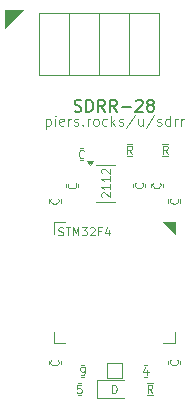
<source format=gbr>
%TF.GenerationSoftware,KiCad,Pcbnew,8.0.5*%
%TF.CreationDate,2025-07-05T10:51:28+01:00*%
%TF.ProjectId,sdrr 28 rev a,73647272-2032-4382-9072-657620612e6b,rev?*%
%TF.SameCoordinates,Original*%
%TF.FileFunction,Legend,Top*%
%TF.FilePolarity,Positive*%
%FSLAX46Y46*%
G04 Gerber Fmt 4.6, Leading zero omitted, Abs format (unit mm)*
G04 Created by KiCad (PCBNEW 8.0.5) date 2025-07-05 10:51:28*
%MOMM*%
%LPD*%
G01*
G04 APERTURE LIST*
%ADD10C,0.100000*%
%ADD11C,0.125000*%
%ADD12C,0.150000*%
%ADD13C,0.120000*%
G04 APERTURE END LIST*
D10*
X99974400Y-26593800D02*
X99974400Y-25069800D01*
X101498400Y-25069800D01*
X99974400Y-26593800D01*
G36*
X99974400Y-26593800D02*
G01*
X99974400Y-25069800D01*
X101498400Y-25069800D01*
X99974400Y-26593800D01*
G37*
X113729266Y-37224833D02*
X113495933Y-36891500D01*
X113329266Y-37224833D02*
X113329266Y-36524833D01*
X113329266Y-36524833D02*
X113595933Y-36524833D01*
X113595933Y-36524833D02*
X113662600Y-36558166D01*
X113662600Y-36558166D02*
X113695933Y-36591500D01*
X113695933Y-36591500D02*
X113729266Y-36658166D01*
X113729266Y-36658166D02*
X113729266Y-36758166D01*
X113729266Y-36758166D02*
X113695933Y-36824833D01*
X113695933Y-36824833D02*
X113662600Y-36858166D01*
X113662600Y-36858166D02*
X113595933Y-36891500D01*
X113595933Y-36891500D02*
X113329266Y-36891500D01*
X106419667Y-55944633D02*
X106553000Y-55944633D01*
X106553000Y-55944633D02*
X106619667Y-55911300D01*
X106619667Y-55911300D02*
X106653000Y-55877966D01*
X106653000Y-55877966D02*
X106719667Y-55777966D01*
X106719667Y-55777966D02*
X106753000Y-55644633D01*
X106753000Y-55644633D02*
X106753000Y-55377966D01*
X106753000Y-55377966D02*
X106719667Y-55311300D01*
X106719667Y-55311300D02*
X106686333Y-55277966D01*
X106686333Y-55277966D02*
X106619667Y-55244633D01*
X106619667Y-55244633D02*
X106486333Y-55244633D01*
X106486333Y-55244633D02*
X106419667Y-55277966D01*
X106419667Y-55277966D02*
X106386333Y-55311300D01*
X106386333Y-55311300D02*
X106353000Y-55377966D01*
X106353000Y-55377966D02*
X106353000Y-55544633D01*
X106353000Y-55544633D02*
X106386333Y-55611300D01*
X106386333Y-55611300D02*
X106419667Y-55644633D01*
X106419667Y-55644633D02*
X106486333Y-55677966D01*
X106486333Y-55677966D02*
X106619667Y-55677966D01*
X106619667Y-55677966D02*
X106686333Y-55644633D01*
X106686333Y-55644633D02*
X106719667Y-55611300D01*
X106719667Y-55611300D02*
X106753000Y-55544633D01*
D11*
X103431905Y-34262460D02*
X103431905Y-35112460D01*
X103431905Y-34302936D02*
X103512858Y-34262460D01*
X103512858Y-34262460D02*
X103674763Y-34262460D01*
X103674763Y-34262460D02*
X103755715Y-34302936D01*
X103755715Y-34302936D02*
X103796191Y-34343412D01*
X103796191Y-34343412D02*
X103836667Y-34424365D01*
X103836667Y-34424365D02*
X103836667Y-34667222D01*
X103836667Y-34667222D02*
X103796191Y-34748174D01*
X103796191Y-34748174D02*
X103755715Y-34788651D01*
X103755715Y-34788651D02*
X103674763Y-34829127D01*
X103674763Y-34829127D02*
X103512858Y-34829127D01*
X103512858Y-34829127D02*
X103431905Y-34788651D01*
X104200953Y-34829127D02*
X104200953Y-34262460D01*
X104200953Y-33979127D02*
X104160477Y-34019603D01*
X104160477Y-34019603D02*
X104200953Y-34060079D01*
X104200953Y-34060079D02*
X104241430Y-34019603D01*
X104241430Y-34019603D02*
X104200953Y-33979127D01*
X104200953Y-33979127D02*
X104200953Y-34060079D01*
X104929525Y-34788651D02*
X104848573Y-34829127D01*
X104848573Y-34829127D02*
X104686668Y-34829127D01*
X104686668Y-34829127D02*
X104605715Y-34788651D01*
X104605715Y-34788651D02*
X104565239Y-34707698D01*
X104565239Y-34707698D02*
X104565239Y-34383889D01*
X104565239Y-34383889D02*
X104605715Y-34302936D01*
X104605715Y-34302936D02*
X104686668Y-34262460D01*
X104686668Y-34262460D02*
X104848573Y-34262460D01*
X104848573Y-34262460D02*
X104929525Y-34302936D01*
X104929525Y-34302936D02*
X104970001Y-34383889D01*
X104970001Y-34383889D02*
X104970001Y-34464841D01*
X104970001Y-34464841D02*
X104565239Y-34545793D01*
X105334286Y-34829127D02*
X105334286Y-34262460D01*
X105334286Y-34424365D02*
X105374763Y-34343412D01*
X105374763Y-34343412D02*
X105415239Y-34302936D01*
X105415239Y-34302936D02*
X105496191Y-34262460D01*
X105496191Y-34262460D02*
X105577144Y-34262460D01*
X105820000Y-34788651D02*
X105900953Y-34829127D01*
X105900953Y-34829127D02*
X106062857Y-34829127D01*
X106062857Y-34829127D02*
X106143810Y-34788651D01*
X106143810Y-34788651D02*
X106184286Y-34707698D01*
X106184286Y-34707698D02*
X106184286Y-34667222D01*
X106184286Y-34667222D02*
X106143810Y-34586270D01*
X106143810Y-34586270D02*
X106062857Y-34545793D01*
X106062857Y-34545793D02*
X105941429Y-34545793D01*
X105941429Y-34545793D02*
X105860476Y-34505317D01*
X105860476Y-34505317D02*
X105820000Y-34424365D01*
X105820000Y-34424365D02*
X105820000Y-34383889D01*
X105820000Y-34383889D02*
X105860476Y-34302936D01*
X105860476Y-34302936D02*
X105941429Y-34262460D01*
X105941429Y-34262460D02*
X106062857Y-34262460D01*
X106062857Y-34262460D02*
X106143810Y-34302936D01*
X106548571Y-34748174D02*
X106589048Y-34788651D01*
X106589048Y-34788651D02*
X106548571Y-34829127D01*
X106548571Y-34829127D02*
X106508095Y-34788651D01*
X106508095Y-34788651D02*
X106548571Y-34748174D01*
X106548571Y-34748174D02*
X106548571Y-34829127D01*
X106953333Y-34829127D02*
X106953333Y-34262460D01*
X106953333Y-34424365D02*
X106993810Y-34343412D01*
X106993810Y-34343412D02*
X107034286Y-34302936D01*
X107034286Y-34302936D02*
X107115238Y-34262460D01*
X107115238Y-34262460D02*
X107196191Y-34262460D01*
X107600952Y-34829127D02*
X107520000Y-34788651D01*
X107520000Y-34788651D02*
X107479523Y-34748174D01*
X107479523Y-34748174D02*
X107439047Y-34667222D01*
X107439047Y-34667222D02*
X107439047Y-34424365D01*
X107439047Y-34424365D02*
X107479523Y-34343412D01*
X107479523Y-34343412D02*
X107520000Y-34302936D01*
X107520000Y-34302936D02*
X107600952Y-34262460D01*
X107600952Y-34262460D02*
X107722381Y-34262460D01*
X107722381Y-34262460D02*
X107803333Y-34302936D01*
X107803333Y-34302936D02*
X107843809Y-34343412D01*
X107843809Y-34343412D02*
X107884285Y-34424365D01*
X107884285Y-34424365D02*
X107884285Y-34667222D01*
X107884285Y-34667222D02*
X107843809Y-34748174D01*
X107843809Y-34748174D02*
X107803333Y-34788651D01*
X107803333Y-34788651D02*
X107722381Y-34829127D01*
X107722381Y-34829127D02*
X107600952Y-34829127D01*
X108612857Y-34788651D02*
X108531905Y-34829127D01*
X108531905Y-34829127D02*
X108370000Y-34829127D01*
X108370000Y-34829127D02*
X108289048Y-34788651D01*
X108289048Y-34788651D02*
X108248571Y-34748174D01*
X108248571Y-34748174D02*
X108208095Y-34667222D01*
X108208095Y-34667222D02*
X108208095Y-34424365D01*
X108208095Y-34424365D02*
X108248571Y-34343412D01*
X108248571Y-34343412D02*
X108289048Y-34302936D01*
X108289048Y-34302936D02*
X108370000Y-34262460D01*
X108370000Y-34262460D02*
X108531905Y-34262460D01*
X108531905Y-34262460D02*
X108612857Y-34302936D01*
X108977142Y-34829127D02*
X108977142Y-33979127D01*
X109058095Y-34505317D02*
X109300952Y-34829127D01*
X109300952Y-34262460D02*
X108977142Y-34586270D01*
X109624761Y-34788651D02*
X109705714Y-34829127D01*
X109705714Y-34829127D02*
X109867618Y-34829127D01*
X109867618Y-34829127D02*
X109948571Y-34788651D01*
X109948571Y-34788651D02*
X109989047Y-34707698D01*
X109989047Y-34707698D02*
X109989047Y-34667222D01*
X109989047Y-34667222D02*
X109948571Y-34586270D01*
X109948571Y-34586270D02*
X109867618Y-34545793D01*
X109867618Y-34545793D02*
X109746190Y-34545793D01*
X109746190Y-34545793D02*
X109665237Y-34505317D01*
X109665237Y-34505317D02*
X109624761Y-34424365D01*
X109624761Y-34424365D02*
X109624761Y-34383889D01*
X109624761Y-34383889D02*
X109665237Y-34302936D01*
X109665237Y-34302936D02*
X109746190Y-34262460D01*
X109746190Y-34262460D02*
X109867618Y-34262460D01*
X109867618Y-34262460D02*
X109948571Y-34302936D01*
X110960475Y-33938651D02*
X110231904Y-35031508D01*
X111608094Y-34262460D02*
X111608094Y-34829127D01*
X111243808Y-34262460D02*
X111243808Y-34707698D01*
X111243808Y-34707698D02*
X111284285Y-34788651D01*
X111284285Y-34788651D02*
X111365237Y-34829127D01*
X111365237Y-34829127D02*
X111486666Y-34829127D01*
X111486666Y-34829127D02*
X111567618Y-34788651D01*
X111567618Y-34788651D02*
X111608094Y-34748174D01*
X112619999Y-33938651D02*
X111891428Y-35031508D01*
X112862856Y-34788651D02*
X112943809Y-34829127D01*
X112943809Y-34829127D02*
X113105713Y-34829127D01*
X113105713Y-34829127D02*
X113186666Y-34788651D01*
X113186666Y-34788651D02*
X113227142Y-34707698D01*
X113227142Y-34707698D02*
X113227142Y-34667222D01*
X113227142Y-34667222D02*
X113186666Y-34586270D01*
X113186666Y-34586270D02*
X113105713Y-34545793D01*
X113105713Y-34545793D02*
X112984285Y-34545793D01*
X112984285Y-34545793D02*
X112903332Y-34505317D01*
X112903332Y-34505317D02*
X112862856Y-34424365D01*
X112862856Y-34424365D02*
X112862856Y-34383889D01*
X112862856Y-34383889D02*
X112903332Y-34302936D01*
X112903332Y-34302936D02*
X112984285Y-34262460D01*
X112984285Y-34262460D02*
X113105713Y-34262460D01*
X113105713Y-34262460D02*
X113186666Y-34302936D01*
X113955713Y-34829127D02*
X113955713Y-33979127D01*
X113955713Y-34788651D02*
X113874761Y-34829127D01*
X113874761Y-34829127D02*
X113712856Y-34829127D01*
X113712856Y-34829127D02*
X113631904Y-34788651D01*
X113631904Y-34788651D02*
X113591427Y-34748174D01*
X113591427Y-34748174D02*
X113550951Y-34667222D01*
X113550951Y-34667222D02*
X113550951Y-34424365D01*
X113550951Y-34424365D02*
X113591427Y-34343412D01*
X113591427Y-34343412D02*
X113631904Y-34302936D01*
X113631904Y-34302936D02*
X113712856Y-34262460D01*
X113712856Y-34262460D02*
X113874761Y-34262460D01*
X113874761Y-34262460D02*
X113955713Y-34302936D01*
X114360475Y-34829127D02*
X114360475Y-34262460D01*
X114360475Y-34424365D02*
X114400952Y-34343412D01*
X114400952Y-34343412D02*
X114441428Y-34302936D01*
X114441428Y-34302936D02*
X114522380Y-34262460D01*
X114522380Y-34262460D02*
X114603333Y-34262460D01*
X114886665Y-34829127D02*
X114886665Y-34262460D01*
X114886665Y-34424365D02*
X114927142Y-34343412D01*
X114927142Y-34343412D02*
X114967618Y-34302936D01*
X114967618Y-34302936D02*
X115048570Y-34262460D01*
X115048570Y-34262460D02*
X115129523Y-34262460D01*
D10*
X104442766Y-41007533D02*
X104476100Y-41040866D01*
X104476100Y-41040866D02*
X104509433Y-41140866D01*
X104509433Y-41140866D02*
X104509433Y-41207533D01*
X104509433Y-41207533D02*
X104476100Y-41307533D01*
X104476100Y-41307533D02*
X104409433Y-41374200D01*
X104409433Y-41374200D02*
X104342766Y-41407533D01*
X104342766Y-41407533D02*
X104209433Y-41440866D01*
X104209433Y-41440866D02*
X104109433Y-41440866D01*
X104109433Y-41440866D02*
X103976100Y-41407533D01*
X103976100Y-41407533D02*
X103909433Y-41374200D01*
X103909433Y-41374200D02*
X103842766Y-41307533D01*
X103842766Y-41307533D02*
X103809433Y-41207533D01*
X103809433Y-41207533D02*
X103809433Y-41140866D01*
X103809433Y-41140866D02*
X103842766Y-41040866D01*
X103842766Y-41040866D02*
X103876100Y-41007533D01*
X109036666Y-57468633D02*
X109036666Y-56768633D01*
X109036666Y-56768633D02*
X109203333Y-56768633D01*
X109203333Y-56768633D02*
X109303333Y-56801966D01*
X109303333Y-56801966D02*
X109370000Y-56868633D01*
X109370000Y-56868633D02*
X109403333Y-56935300D01*
X109403333Y-56935300D02*
X109436666Y-57068633D01*
X109436666Y-57068633D02*
X109436666Y-57168633D01*
X109436666Y-57168633D02*
X109403333Y-57301966D01*
X109403333Y-57301966D02*
X109370000Y-57368633D01*
X109370000Y-57368633D02*
X109303333Y-57435300D01*
X109303333Y-57435300D02*
X109203333Y-57468633D01*
X109203333Y-57468633D02*
X109036666Y-57468633D01*
X106414867Y-56794033D02*
X106081533Y-56794033D01*
X106081533Y-56794033D02*
X106048200Y-57127366D01*
X106048200Y-57127366D02*
X106081533Y-57094033D01*
X106081533Y-57094033D02*
X106148200Y-57060700D01*
X106148200Y-57060700D02*
X106314867Y-57060700D01*
X106314867Y-57060700D02*
X106381533Y-57094033D01*
X106381533Y-57094033D02*
X106414867Y-57127366D01*
X106414867Y-57127366D02*
X106448200Y-57194033D01*
X106448200Y-57194033D02*
X106448200Y-57360700D01*
X106448200Y-57360700D02*
X106414867Y-57427366D01*
X106414867Y-57427366D02*
X106381533Y-57460700D01*
X106381533Y-57460700D02*
X106314867Y-57494033D01*
X106314867Y-57494033D02*
X106148200Y-57494033D01*
X106148200Y-57494033D02*
X106081533Y-57460700D01*
X106081533Y-57460700D02*
X106048200Y-57427366D01*
X106642666Y-37513766D02*
X106609333Y-37547100D01*
X106609333Y-37547100D02*
X106509333Y-37580433D01*
X106509333Y-37580433D02*
X106442666Y-37580433D01*
X106442666Y-37580433D02*
X106342666Y-37547100D01*
X106342666Y-37547100D02*
X106276000Y-37480433D01*
X106276000Y-37480433D02*
X106242666Y-37413766D01*
X106242666Y-37413766D02*
X106209333Y-37280433D01*
X106209333Y-37280433D02*
X106209333Y-37180433D01*
X106209333Y-37180433D02*
X106242666Y-37047100D01*
X106242666Y-37047100D02*
X106276000Y-36980433D01*
X106276000Y-36980433D02*
X106342666Y-36913766D01*
X106342666Y-36913766D02*
X106442666Y-36880433D01*
X106442666Y-36880433D02*
X106509333Y-36880433D01*
X106509333Y-36880433D02*
X106609333Y-36913766D01*
X106609333Y-36913766D02*
X106642666Y-36947100D01*
X104442766Y-54698133D02*
X104476100Y-54731466D01*
X104476100Y-54731466D02*
X104509433Y-54831466D01*
X104509433Y-54831466D02*
X104509433Y-54898133D01*
X104509433Y-54898133D02*
X104476100Y-54998133D01*
X104476100Y-54998133D02*
X104409433Y-55064800D01*
X104409433Y-55064800D02*
X104342766Y-55098133D01*
X104342766Y-55098133D02*
X104209433Y-55131466D01*
X104209433Y-55131466D02*
X104109433Y-55131466D01*
X104109433Y-55131466D02*
X103976100Y-55098133D01*
X103976100Y-55098133D02*
X103909433Y-55064800D01*
X103909433Y-55064800D02*
X103842766Y-54998133D01*
X103842766Y-54998133D02*
X103809433Y-54898133D01*
X103809433Y-54898133D02*
X103809433Y-54831466D01*
X103809433Y-54831466D02*
X103842766Y-54731466D01*
X103842766Y-54731466D02*
X103876100Y-54698133D01*
X111605566Y-39686733D02*
X111638900Y-39720066D01*
X111638900Y-39720066D02*
X111672233Y-39820066D01*
X111672233Y-39820066D02*
X111672233Y-39886733D01*
X111672233Y-39886733D02*
X111638900Y-39986733D01*
X111638900Y-39986733D02*
X111572233Y-40053400D01*
X111572233Y-40053400D02*
X111505566Y-40086733D01*
X111505566Y-40086733D02*
X111372233Y-40120066D01*
X111372233Y-40120066D02*
X111272233Y-40120066D01*
X111272233Y-40120066D02*
X111138900Y-40086733D01*
X111138900Y-40086733D02*
X111072233Y-40053400D01*
X111072233Y-40053400D02*
X111005566Y-39986733D01*
X111005566Y-39986733D02*
X110972233Y-39886733D01*
X110972233Y-39886733D02*
X110972233Y-39820066D01*
X110972233Y-39820066D02*
X111005566Y-39720066D01*
X111005566Y-39720066D02*
X111038900Y-39686733D01*
X104487933Y-44100300D02*
X104587933Y-44133633D01*
X104587933Y-44133633D02*
X104754600Y-44133633D01*
X104754600Y-44133633D02*
X104821266Y-44100300D01*
X104821266Y-44100300D02*
X104854600Y-44066966D01*
X104854600Y-44066966D02*
X104887933Y-44000300D01*
X104887933Y-44000300D02*
X104887933Y-43933633D01*
X104887933Y-43933633D02*
X104854600Y-43866966D01*
X104854600Y-43866966D02*
X104821266Y-43833633D01*
X104821266Y-43833633D02*
X104754600Y-43800300D01*
X104754600Y-43800300D02*
X104621266Y-43766966D01*
X104621266Y-43766966D02*
X104554600Y-43733633D01*
X104554600Y-43733633D02*
X104521266Y-43700300D01*
X104521266Y-43700300D02*
X104487933Y-43633633D01*
X104487933Y-43633633D02*
X104487933Y-43566966D01*
X104487933Y-43566966D02*
X104521266Y-43500300D01*
X104521266Y-43500300D02*
X104554600Y-43466966D01*
X104554600Y-43466966D02*
X104621266Y-43433633D01*
X104621266Y-43433633D02*
X104787933Y-43433633D01*
X104787933Y-43433633D02*
X104887933Y-43466966D01*
X105087933Y-43433633D02*
X105487933Y-43433633D01*
X105287933Y-44133633D02*
X105287933Y-43433633D01*
X105721266Y-44133633D02*
X105721266Y-43433633D01*
X105721266Y-43433633D02*
X105954600Y-43933633D01*
X105954600Y-43933633D02*
X106187933Y-43433633D01*
X106187933Y-43433633D02*
X106187933Y-44133633D01*
X106454600Y-43433633D02*
X106887933Y-43433633D01*
X106887933Y-43433633D02*
X106654600Y-43700300D01*
X106654600Y-43700300D02*
X106754600Y-43700300D01*
X106754600Y-43700300D02*
X106821266Y-43733633D01*
X106821266Y-43733633D02*
X106854600Y-43766966D01*
X106854600Y-43766966D02*
X106887933Y-43833633D01*
X106887933Y-43833633D02*
X106887933Y-44000300D01*
X106887933Y-44000300D02*
X106854600Y-44066966D01*
X106854600Y-44066966D02*
X106821266Y-44100300D01*
X106821266Y-44100300D02*
X106754600Y-44133633D01*
X106754600Y-44133633D02*
X106554600Y-44133633D01*
X106554600Y-44133633D02*
X106487933Y-44100300D01*
X106487933Y-44100300D02*
X106454600Y-44066966D01*
X107154600Y-43500300D02*
X107187933Y-43466966D01*
X107187933Y-43466966D02*
X107254600Y-43433633D01*
X107254600Y-43433633D02*
X107421267Y-43433633D01*
X107421267Y-43433633D02*
X107487933Y-43466966D01*
X107487933Y-43466966D02*
X107521267Y-43500300D01*
X107521267Y-43500300D02*
X107554600Y-43566966D01*
X107554600Y-43566966D02*
X107554600Y-43633633D01*
X107554600Y-43633633D02*
X107521267Y-43733633D01*
X107521267Y-43733633D02*
X107121267Y-44133633D01*
X107121267Y-44133633D02*
X107554600Y-44133633D01*
X108087934Y-43766966D02*
X107854600Y-43766966D01*
X107854600Y-44133633D02*
X107854600Y-43433633D01*
X107854600Y-43433633D02*
X108187934Y-43433633D01*
X108754600Y-43666966D02*
X108754600Y-44133633D01*
X108587934Y-43400300D02*
X108421267Y-43900300D01*
X108421267Y-43900300D02*
X108854600Y-43900300D01*
X110732066Y-37224833D02*
X110498733Y-36891500D01*
X110332066Y-37224833D02*
X110332066Y-36524833D01*
X110332066Y-36524833D02*
X110598733Y-36524833D01*
X110598733Y-36524833D02*
X110665400Y-36558166D01*
X110665400Y-36558166D02*
X110698733Y-36591500D01*
X110698733Y-36591500D02*
X110732066Y-36658166D01*
X110732066Y-36658166D02*
X110732066Y-36758166D01*
X110732066Y-36758166D02*
X110698733Y-36824833D01*
X110698733Y-36824833D02*
X110665400Y-36858166D01*
X110665400Y-36858166D02*
X110598733Y-36891500D01*
X110598733Y-36891500D02*
X110332066Y-36891500D01*
X112433866Y-57468633D02*
X112200533Y-57135300D01*
X112033866Y-57468633D02*
X112033866Y-56768633D01*
X112033866Y-56768633D02*
X112300533Y-56768633D01*
X112300533Y-56768633D02*
X112367200Y-56801966D01*
X112367200Y-56801966D02*
X112400533Y-56835300D01*
X112400533Y-56835300D02*
X112433866Y-56901966D01*
X112433866Y-56901966D02*
X112433866Y-57001966D01*
X112433866Y-57001966D02*
X112400533Y-57068633D01*
X112400533Y-57068633D02*
X112367200Y-57101966D01*
X112367200Y-57101966D02*
X112300533Y-57135300D01*
X112300533Y-57135300D02*
X112033866Y-57135300D01*
X105941366Y-39712133D02*
X105974700Y-39745466D01*
X105974700Y-39745466D02*
X106008033Y-39845466D01*
X106008033Y-39845466D02*
X106008033Y-39912133D01*
X106008033Y-39912133D02*
X105974700Y-40012133D01*
X105974700Y-40012133D02*
X105908033Y-40078800D01*
X105908033Y-40078800D02*
X105841366Y-40112133D01*
X105841366Y-40112133D02*
X105708033Y-40145466D01*
X105708033Y-40145466D02*
X105608033Y-40145466D01*
X105608033Y-40145466D02*
X105474700Y-40112133D01*
X105474700Y-40112133D02*
X105408033Y-40078800D01*
X105408033Y-40078800D02*
X105341366Y-40012133D01*
X105341366Y-40012133D02*
X105308033Y-39912133D01*
X105308033Y-39912133D02*
X105308033Y-39845466D01*
X105308033Y-39845466D02*
X105341366Y-39745466D01*
X105341366Y-39745466D02*
X105374700Y-39712133D01*
D12*
X105862857Y-33605000D02*
X106005714Y-33652619D01*
X106005714Y-33652619D02*
X106243809Y-33652619D01*
X106243809Y-33652619D02*
X106339047Y-33605000D01*
X106339047Y-33605000D02*
X106386666Y-33557380D01*
X106386666Y-33557380D02*
X106434285Y-33462142D01*
X106434285Y-33462142D02*
X106434285Y-33366904D01*
X106434285Y-33366904D02*
X106386666Y-33271666D01*
X106386666Y-33271666D02*
X106339047Y-33224047D01*
X106339047Y-33224047D02*
X106243809Y-33176428D01*
X106243809Y-33176428D02*
X106053333Y-33128809D01*
X106053333Y-33128809D02*
X105958095Y-33081190D01*
X105958095Y-33081190D02*
X105910476Y-33033571D01*
X105910476Y-33033571D02*
X105862857Y-32938333D01*
X105862857Y-32938333D02*
X105862857Y-32843095D01*
X105862857Y-32843095D02*
X105910476Y-32747857D01*
X105910476Y-32747857D02*
X105958095Y-32700238D01*
X105958095Y-32700238D02*
X106053333Y-32652619D01*
X106053333Y-32652619D02*
X106291428Y-32652619D01*
X106291428Y-32652619D02*
X106434285Y-32700238D01*
X106862857Y-33652619D02*
X106862857Y-32652619D01*
X106862857Y-32652619D02*
X107100952Y-32652619D01*
X107100952Y-32652619D02*
X107243809Y-32700238D01*
X107243809Y-32700238D02*
X107339047Y-32795476D01*
X107339047Y-32795476D02*
X107386666Y-32890714D01*
X107386666Y-32890714D02*
X107434285Y-33081190D01*
X107434285Y-33081190D02*
X107434285Y-33224047D01*
X107434285Y-33224047D02*
X107386666Y-33414523D01*
X107386666Y-33414523D02*
X107339047Y-33509761D01*
X107339047Y-33509761D02*
X107243809Y-33605000D01*
X107243809Y-33605000D02*
X107100952Y-33652619D01*
X107100952Y-33652619D02*
X106862857Y-33652619D01*
X108434285Y-33652619D02*
X108100952Y-33176428D01*
X107862857Y-33652619D02*
X107862857Y-32652619D01*
X107862857Y-32652619D02*
X108243809Y-32652619D01*
X108243809Y-32652619D02*
X108339047Y-32700238D01*
X108339047Y-32700238D02*
X108386666Y-32747857D01*
X108386666Y-32747857D02*
X108434285Y-32843095D01*
X108434285Y-32843095D02*
X108434285Y-32985952D01*
X108434285Y-32985952D02*
X108386666Y-33081190D01*
X108386666Y-33081190D02*
X108339047Y-33128809D01*
X108339047Y-33128809D02*
X108243809Y-33176428D01*
X108243809Y-33176428D02*
X107862857Y-33176428D01*
X109434285Y-33652619D02*
X109100952Y-33176428D01*
X108862857Y-33652619D02*
X108862857Y-32652619D01*
X108862857Y-32652619D02*
X109243809Y-32652619D01*
X109243809Y-32652619D02*
X109339047Y-32700238D01*
X109339047Y-32700238D02*
X109386666Y-32747857D01*
X109386666Y-32747857D02*
X109434285Y-32843095D01*
X109434285Y-32843095D02*
X109434285Y-32985952D01*
X109434285Y-32985952D02*
X109386666Y-33081190D01*
X109386666Y-33081190D02*
X109339047Y-33128809D01*
X109339047Y-33128809D02*
X109243809Y-33176428D01*
X109243809Y-33176428D02*
X108862857Y-33176428D01*
X109862857Y-33271666D02*
X110624762Y-33271666D01*
X111053333Y-32747857D02*
X111100952Y-32700238D01*
X111100952Y-32700238D02*
X111196190Y-32652619D01*
X111196190Y-32652619D02*
X111434285Y-32652619D01*
X111434285Y-32652619D02*
X111529523Y-32700238D01*
X111529523Y-32700238D02*
X111577142Y-32747857D01*
X111577142Y-32747857D02*
X111624761Y-32843095D01*
X111624761Y-32843095D02*
X111624761Y-32938333D01*
X111624761Y-32938333D02*
X111577142Y-33081190D01*
X111577142Y-33081190D02*
X111005714Y-33652619D01*
X111005714Y-33652619D02*
X111624761Y-33652619D01*
X112196190Y-33081190D02*
X112100952Y-33033571D01*
X112100952Y-33033571D02*
X112053333Y-32985952D01*
X112053333Y-32985952D02*
X112005714Y-32890714D01*
X112005714Y-32890714D02*
X112005714Y-32843095D01*
X112005714Y-32843095D02*
X112053333Y-32747857D01*
X112053333Y-32747857D02*
X112100952Y-32700238D01*
X112100952Y-32700238D02*
X112196190Y-32652619D01*
X112196190Y-32652619D02*
X112386666Y-32652619D01*
X112386666Y-32652619D02*
X112481904Y-32700238D01*
X112481904Y-32700238D02*
X112529523Y-32747857D01*
X112529523Y-32747857D02*
X112577142Y-32843095D01*
X112577142Y-32843095D02*
X112577142Y-32890714D01*
X112577142Y-32890714D02*
X112529523Y-32985952D01*
X112529523Y-32985952D02*
X112481904Y-33033571D01*
X112481904Y-33033571D02*
X112386666Y-33081190D01*
X112386666Y-33081190D02*
X112196190Y-33081190D01*
X112196190Y-33081190D02*
X112100952Y-33128809D01*
X112100952Y-33128809D02*
X112053333Y-33176428D01*
X112053333Y-33176428D02*
X112005714Y-33271666D01*
X112005714Y-33271666D02*
X112005714Y-33462142D01*
X112005714Y-33462142D02*
X112053333Y-33557380D01*
X112053333Y-33557380D02*
X112100952Y-33605000D01*
X112100952Y-33605000D02*
X112196190Y-33652619D01*
X112196190Y-33652619D02*
X112386666Y-33652619D01*
X112386666Y-33652619D02*
X112481904Y-33605000D01*
X112481904Y-33605000D02*
X112529523Y-33557380D01*
X112529523Y-33557380D02*
X112577142Y-33462142D01*
X112577142Y-33462142D02*
X112577142Y-33271666D01*
X112577142Y-33271666D02*
X112529523Y-33176428D01*
X112529523Y-33176428D02*
X112481904Y-33128809D01*
X112481904Y-33128809D02*
X112386666Y-33081190D01*
D10*
X114577366Y-41007533D02*
X114610700Y-41040866D01*
X114610700Y-41040866D02*
X114644033Y-41140866D01*
X114644033Y-41140866D02*
X114644033Y-41207533D01*
X114644033Y-41207533D02*
X114610700Y-41307533D01*
X114610700Y-41307533D02*
X114544033Y-41374200D01*
X114544033Y-41374200D02*
X114477366Y-41407533D01*
X114477366Y-41407533D02*
X114344033Y-41440866D01*
X114344033Y-41440866D02*
X114244033Y-41440866D01*
X114244033Y-41440866D02*
X114110700Y-41407533D01*
X114110700Y-41407533D02*
X114044033Y-41374200D01*
X114044033Y-41374200D02*
X113977366Y-41307533D01*
X113977366Y-41307533D02*
X113944033Y-41207533D01*
X113944033Y-41207533D02*
X113944033Y-41140866D01*
X113944033Y-41140866D02*
X113977366Y-41040866D01*
X113977366Y-41040866D02*
X114010700Y-41007533D01*
X108194100Y-40874800D02*
X108160766Y-40841467D01*
X108160766Y-40841467D02*
X108127433Y-40774800D01*
X108127433Y-40774800D02*
X108127433Y-40608134D01*
X108127433Y-40608134D02*
X108160766Y-40541467D01*
X108160766Y-40541467D02*
X108194100Y-40508134D01*
X108194100Y-40508134D02*
X108260766Y-40474800D01*
X108260766Y-40474800D02*
X108327433Y-40474800D01*
X108327433Y-40474800D02*
X108427433Y-40508134D01*
X108427433Y-40508134D02*
X108827433Y-40908134D01*
X108827433Y-40908134D02*
X108827433Y-40474800D01*
X108827433Y-39808133D02*
X108827433Y-40208133D01*
X108827433Y-40008133D02*
X108127433Y-40008133D01*
X108127433Y-40008133D02*
X108227433Y-40074800D01*
X108227433Y-40074800D02*
X108294100Y-40141467D01*
X108294100Y-40141467D02*
X108327433Y-40208133D01*
X108827433Y-39141466D02*
X108827433Y-39541466D01*
X108827433Y-39341466D02*
X108127433Y-39341466D01*
X108127433Y-39341466D02*
X108227433Y-39408133D01*
X108227433Y-39408133D02*
X108294100Y-39474800D01*
X108294100Y-39474800D02*
X108327433Y-39541466D01*
X108194100Y-38874799D02*
X108160766Y-38841466D01*
X108160766Y-38841466D02*
X108127433Y-38774799D01*
X108127433Y-38774799D02*
X108127433Y-38608133D01*
X108127433Y-38608133D02*
X108160766Y-38541466D01*
X108160766Y-38541466D02*
X108194100Y-38508133D01*
X108194100Y-38508133D02*
X108260766Y-38474799D01*
X108260766Y-38474799D02*
X108327433Y-38474799D01*
X108327433Y-38474799D02*
X108427433Y-38508133D01*
X108427433Y-38508133D02*
X108827433Y-38908133D01*
X108827433Y-38908133D02*
X108827433Y-38474799D01*
X114551966Y-54672733D02*
X114585300Y-54706066D01*
X114585300Y-54706066D02*
X114618633Y-54806066D01*
X114618633Y-54806066D02*
X114618633Y-54872733D01*
X114618633Y-54872733D02*
X114585300Y-54972733D01*
X114585300Y-54972733D02*
X114518633Y-55039400D01*
X114518633Y-55039400D02*
X114451966Y-55072733D01*
X114451966Y-55072733D02*
X114318633Y-55106066D01*
X114318633Y-55106066D02*
X114218633Y-55106066D01*
X114218633Y-55106066D02*
X114085300Y-55072733D01*
X114085300Y-55072733D02*
X114018633Y-55039400D01*
X114018633Y-55039400D02*
X113951966Y-54972733D01*
X113951966Y-54972733D02*
X113918633Y-54872733D01*
X113918633Y-54872733D02*
X113918633Y-54806066D01*
X113918633Y-54806066D02*
X113951966Y-54706066D01*
X113951966Y-54706066D02*
X113985300Y-54672733D01*
X113078766Y-39686733D02*
X113112100Y-39720066D01*
X113112100Y-39720066D02*
X113145433Y-39820066D01*
X113145433Y-39820066D02*
X113145433Y-39886733D01*
X113145433Y-39886733D02*
X113112100Y-39986733D01*
X113112100Y-39986733D02*
X113045433Y-40053400D01*
X113045433Y-40053400D02*
X112978766Y-40086733D01*
X112978766Y-40086733D02*
X112845433Y-40120066D01*
X112845433Y-40120066D02*
X112745433Y-40120066D01*
X112745433Y-40120066D02*
X112612100Y-40086733D01*
X112612100Y-40086733D02*
X112545433Y-40053400D01*
X112545433Y-40053400D02*
X112478766Y-39986733D01*
X112478766Y-39986733D02*
X112445433Y-39886733D01*
X112445433Y-39886733D02*
X112445433Y-39820066D01*
X112445433Y-39820066D02*
X112478766Y-39720066D01*
X112478766Y-39720066D02*
X112512100Y-39686733D01*
X112020333Y-55503366D02*
X112020333Y-55970033D01*
X111853667Y-55236700D02*
X111687000Y-55736700D01*
X111687000Y-55736700D02*
X112120333Y-55736700D01*
D13*
%TO.C,R3*%
X112454458Y-56602100D02*
X111979942Y-56602100D01*
X112454458Y-57647100D02*
X111979942Y-57647100D01*
%TO.C,C1*%
X106566580Y-36726400D02*
X106285420Y-36726400D01*
X106566580Y-37746400D02*
X106285420Y-37746400D01*
%TO.C,C3*%
X112291400Y-40043980D02*
X112291400Y-39762820D01*
X113311400Y-40043980D02*
X113311400Y-39762820D01*
%TO.C,C2*%
X110792800Y-40043980D02*
X110792800Y-39762820D01*
X111812800Y-40043980D02*
X111812800Y-39762820D01*
%TO.C,U3*%
X108488900Y-38150400D02*
X107688900Y-38150400D01*
X108488900Y-38150400D02*
X109288900Y-38150400D01*
X108488900Y-41270400D02*
X107688900Y-41270400D01*
X108488900Y-41270400D02*
X109288900Y-41270400D01*
X107188900Y-38200400D02*
X106948900Y-37870400D01*
X107428900Y-37870400D01*
X107188900Y-38200400D01*
G36*
X107188900Y-38200400D02*
G01*
X106948900Y-37870400D01*
X107428900Y-37870400D01*
X107188900Y-38200400D01*
G37*
%TO.C,TP1*%
X108585000Y-54974800D02*
X109855000Y-54974800D01*
X108585000Y-56244800D02*
X108585000Y-54974800D01*
X109855000Y-54974800D02*
X109855000Y-56244800D01*
X109855000Y-56244800D02*
X108585000Y-56244800D01*
%TO.C,RC5*%
X106388780Y-56640000D02*
X106107620Y-56640000D01*
X106388780Y-57660000D02*
X106107620Y-57660000D01*
%TO.C,R2*%
X113275342Y-36358300D02*
X113749858Y-36358300D01*
X113275342Y-37403300D02*
X113749858Y-37403300D01*
%TO.C,C7*%
X103655400Y-41364780D02*
X103655400Y-41083620D01*
X104675400Y-41364780D02*
X104675400Y-41083620D01*
%TO.C,C6*%
X113764600Y-54748820D02*
X113764600Y-55029980D01*
X114784600Y-54748820D02*
X114784600Y-55029980D01*
%TO.C,J2*%
X102870000Y-25340000D02*
X102870000Y-30540000D01*
X105350000Y-25340000D02*
X105350000Y-30540000D01*
X107950000Y-25349200D02*
X107950000Y-30540000D01*
X110490000Y-25340000D02*
X110490000Y-30530800D01*
X113030000Y-25340000D02*
X102870000Y-25340000D01*
X113030000Y-25340000D02*
X113030000Y-30530800D01*
X113030000Y-30530800D02*
X102870000Y-30540000D01*
%TO.C,RC4*%
X111746420Y-55090600D02*
X112027580Y-55090600D01*
X111746420Y-56110600D02*
X112027580Y-56110600D01*
%TO.C,U1*%
X104110000Y-43023000D02*
X105060000Y-43023000D01*
X104110000Y-43973000D02*
X104110000Y-43023000D01*
X104110000Y-52293000D02*
X104110000Y-53243000D01*
X104110000Y-53243000D02*
X105060000Y-53243000D01*
X114330000Y-43023000D02*
X113380000Y-43023000D01*
X114330000Y-43973000D02*
X114330000Y-43023000D01*
X114330000Y-52293000D02*
X114330000Y-53243000D01*
X114330000Y-53243000D02*
X113380000Y-53243000D01*
D10*
X114330000Y-43973000D02*
X113380000Y-43023000D01*
X114330000Y-43023000D01*
X114330000Y-43973000D01*
G36*
X114330000Y-43973000D02*
G01*
X113380000Y-43023000D01*
X114330000Y-43023000D01*
X114330000Y-43973000D01*
G37*
D13*
%TO.C,C4*%
X103655400Y-54774220D02*
X103655400Y-55055380D01*
X104675400Y-54774220D02*
X104675400Y-55055380D01*
%TO.C,C5*%
X105154000Y-40043980D02*
X105154000Y-39762820D01*
X106174000Y-40043980D02*
X106174000Y-39762820D01*
%TO.C,C9*%
X106412420Y-55090600D02*
X106693580Y-55090600D01*
X106412420Y-56110600D02*
X106693580Y-56110600D01*
%TO.C,D1*%
X107735000Y-56389600D02*
X107735000Y-57859600D01*
X107735000Y-57859600D02*
X110020000Y-57859600D01*
X110020000Y-56389600D02*
X107735000Y-56389600D01*
%TO.C,C8*%
X113790000Y-41364780D02*
X113790000Y-41083620D01*
X114810000Y-41364780D02*
X114810000Y-41083620D01*
%TO.C,R1*%
X110278142Y-36358300D02*
X110752658Y-36358300D01*
X110278142Y-37403300D02*
X110752658Y-37403300D01*
%TD*%
M02*

</source>
